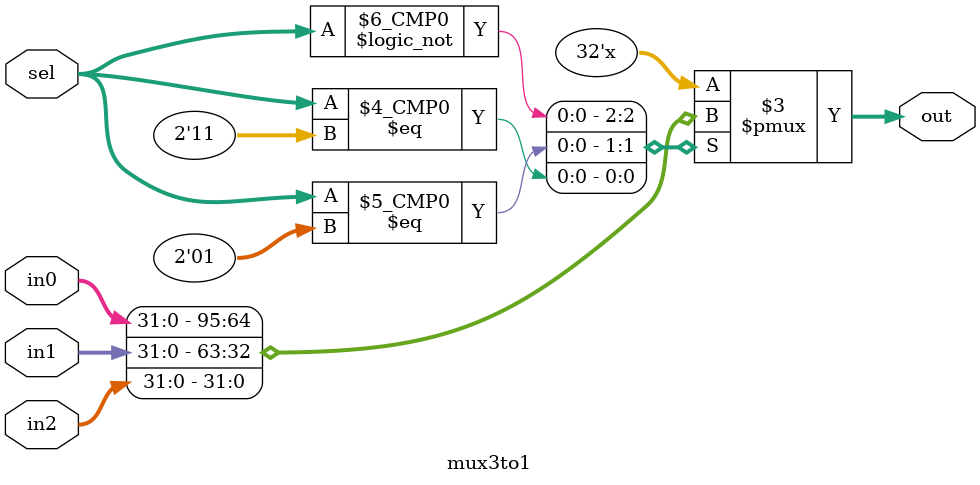
<source format=v>
module mux3to1 (
	input wire [31:0] in0, in1, in2,
	input wire [1:0] sel,
	output reg [31:0] out
);

always @(*) begin
	case (sel)
		2'b00: out = in0;
		2'b01: out = in1;
		2'b11: out = in2; 
	endcase
end

endmodule
</source>
